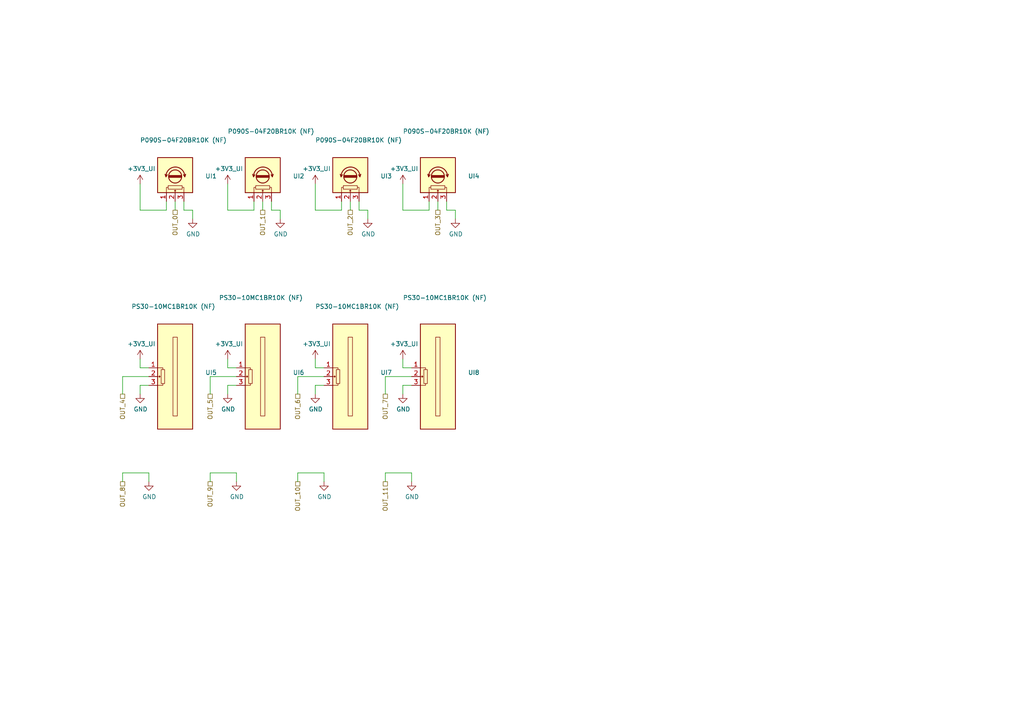
<source format=kicad_sch>
(kicad_sch (version 20211123) (generator eeschema)
  (paper "A4")
  (lib_symbols
    (symbol "power:GND" (power) (pin_names (offset 0))
      (property "Value" "GND" (at 0 -3.81 0))
      (symbol "GND_0_1"
        (polyline (pts (xy 0 0) (xy 0 -1.27) (xy 1.27 -1.27) (xy 0 -2.54) (xy -1.27 -1.27) (xy 0 -1.27)))
      )
      (symbol "GND_1_1"
        (pin power_in line (at 0 0 270) (length 0) hide (name "GND") (number "1"))
      )
    )
    (symbol "suku_basics:+3V3_UI" (power) (pin_names (offset 0))
      (property "Value" "+3V3_UI" (at 0 3.556 0))
      (symbol "+3V3_UI_0_1"
        (polyline (pts (xy -0.762 1.27) (xy 0 2.54)))
        (polyline (pts (xy 0 0) (xy 0 2.54)))
        (polyline (pts (xy 0 2.54) (xy 0.762 1.27)))
      )
      (symbol "+3V3_UI_1_1"
        (pin power_in line (at 0 0 90) (length 0) hide (name "+3V3_UI") (number "1"))
      )
    )
    (symbol "suku_basics:UI_Fader" (pin_names (offset 0.254) hide)
      (property "Reference" "UI" (at 0 16.764 0))
      (property "Value" "UI_Fader" (at 0 -16.764 0))
      (symbol "UI_Fader_0_1"
        (rectangle (start -5.08 15.24) (end 5.08 -15.24) (stroke (width 0.254)) (fill (type background)))
        (rectangle (start -4.064 2.032) (end -3.048 -2.032))
        (rectangle (start -0.635 11.43) (end 0.635 -11.43))
        (polyline (pts (xy -5.08 -2.54) (xy -3.81 -2.54) (xy -3.556 -2.54) (xy -3.556 -2.032)))
        (polyline (pts (xy -5.08 2.54) (xy -3.81 2.54) (xy -3.556 2.54) (xy -3.556 2.032)))
        (polyline (pts (xy -5.08 0) (xy -4.318 0) (xy -4.572 0.254) (xy -4.572 -0.254) (xy -4.318 0)))
      )
      (symbol "UI_Fader_1_1"
        (pin passive line (at -7.62 2.54 0) (length 2.54) (name "1") (number "1"))
        (pin passive line (at -7.62 0 0) (length 2.54) (name "2") (number "2"))
        (pin passive line (at -7.62 -2.54 0) (length 2.54) (name "3") (number "3"))
        (pin no_connect line (at -7.62 12.7 0) (length 2.54) hide (name "4") (number "4"))
        (pin no_connect line (at 7.62 12.7 180) (length 2.54) hide (name "5") (number "5"))
        (pin no_connect line (at -7.62 -12.7 0) (length 2.54) hide (name "6") (number "6"))
        (pin no_connect line (at 7.62 -12.7 180) (length 2.54) hide (name "7") (number "7"))
      )
    )
    (symbol "suku_basics:UI_Potentiometer" (pin_names (offset 0.254) hide)
      (property "Reference" "UI" (at 0 11.684 0))
      (property "Value" "UI_Potentiometer" (at 0 -12.7 0))
      (symbol "UI_Potentiometer_0_1"
        (rectangle (start -5.08 5.08) (end 5.08 -5.08) (stroke (width 0.254)) (fill (type background)))
        (rectangle (start -4.064 2.032) (end -3.048 -2.032))
        (arc (start -0.381 -2.794) (mid 2.3622 -0.0508) (end -0.381 2.667) (stroke (width 0.254)))
        (circle (center -0.381 0) (radius 1.905) (stroke (width 0.254)))
        (polyline (pts (xy -0.635 -1.778) (xy -0.635 1.778)) (stroke (width 0.254)))
        (polyline (pts (xy -0.381 -1.778) (xy -0.381 1.778)) (stroke (width 0.254)))
        (polyline (pts (xy -0.127 1.778) (xy -0.127 -1.778)) (stroke (width 0.254)))
        (polyline (pts (xy 0.254 -3.048) (xy -0.508 -2.794) (xy 0.127 -2.413)) (stroke (width 0.254)))
        (polyline (pts (xy 0.254 2.921) (xy -0.508 2.667) (xy 0.127 2.286)) (stroke (width 0.254)))
        (polyline (pts (xy -5.08 -2.54) (xy -3.81 -2.54) (xy -3.556 -2.54) (xy -3.556 -2.032)))
        (polyline (pts (xy -5.08 2.54) (xy -3.81 2.54) (xy -3.556 2.54) (xy -3.556 2.032)))
        (polyline (pts (xy -5.08 0) (xy -4.318 0) (xy -4.572 0.254) (xy -4.572 -0.254) (xy -4.318 0)))
      )
      (symbol "UI_Potentiometer_1_1"
        (pin passive line (at -7.62 2.54 0) (length 2.54) (name "1") (number "1"))
        (pin passive line (at -7.62 0 0) (length 2.54) (name "2") (number "2"))
        (pin passive line (at -7.62 -2.54 0) (length 2.54) (name "3") (number "3"))
        (pin no_connect line (at 0 7.62 270) (length 2.54) hide (name "4") (number "4"))
        (pin no_connect line (at 0 -7.62 90) (length 2.54) hide (name "5") (number "5"))
      )
    )
  )
  (wire (pts (xy 53.34 60.96) (xy 53.34 58.42)))
  (wire (pts (xy 66.04 104.14) (xy 66.04 106.68)))
  (wire (pts (xy 66.04 60.96) (xy 73.66 60.96)))
  (wire (pts (xy 116.84 60.96) (xy 124.46 60.96)))
  (wire (pts (xy 91.44 104.14) (xy 91.44 106.68)))
  (wire (pts (xy 93.98 137.16) (xy 93.98 139.7)))
  (wire (pts (xy 124.46 60.96) (xy 124.46 58.42)))
  (wire (pts (xy 86.36 114.3) (xy 86.36 109.22)))
  (wire (pts (xy 132.08 60.96) (xy 129.54 60.96)))
  (wire (pts (xy 86.36 137.16) (xy 93.98 137.16)))
  (wire (pts (xy 60.96 109.22) (xy 68.58 109.22)))
  (wire (pts (xy 43.18 111.76) (xy 40.64 111.76)))
  (wire (pts (xy 60.96 139.7) (xy 60.96 137.16)))
  (wire (pts (xy 55.88 63.5) (xy 55.88 60.96)))
  (wire (pts (xy 66.04 106.68) (xy 68.58 106.68)))
  (wire (pts (xy 127 60.96) (xy 127 58.42)))
  (wire (pts (xy 35.56 137.16) (xy 43.18 137.16)))
  (wire (pts (xy 93.98 111.76) (xy 91.44 111.76)))
  (wire (pts (xy 119.38 137.16) (xy 119.38 139.7)))
  (wire (pts (xy 60.96 137.16) (xy 68.58 137.16)))
  (wire (pts (xy 35.56 139.7) (xy 35.56 137.16)))
  (wire (pts (xy 68.58 137.16) (xy 68.58 139.7)))
  (wire (pts (xy 91.44 53.34) (xy 91.44 60.96)))
  (wire (pts (xy 86.36 109.22) (xy 93.98 109.22)))
  (wire (pts (xy 86.36 139.7) (xy 86.36 137.16)))
  (wire (pts (xy 111.76 114.3) (xy 111.76 109.22)))
  (wire (pts (xy 76.2 60.96) (xy 76.2 58.42)))
  (wire (pts (xy 66.04 53.34) (xy 66.04 60.96)))
  (wire (pts (xy 101.6 60.96) (xy 101.6 58.42)))
  (wire (pts (xy 40.64 60.96) (xy 48.26 60.96)))
  (wire (pts (xy 73.66 60.96) (xy 73.66 58.42)))
  (wire (pts (xy 111.76 139.7) (xy 111.76 137.16)))
  (wire (pts (xy 99.06 60.96) (xy 99.06 58.42)))
  (wire (pts (xy 104.14 60.96) (xy 104.14 58.42)))
  (wire (pts (xy 35.56 109.22) (xy 43.18 109.22)))
  (wire (pts (xy 91.44 60.96) (xy 99.06 60.96)))
  (wire (pts (xy 68.58 111.76) (xy 66.04 111.76)))
  (wire (pts (xy 129.54 60.96) (xy 129.54 58.42)))
  (wire (pts (xy 81.28 63.5) (xy 81.28 60.96)))
  (wire (pts (xy 132.08 63.5) (xy 132.08 60.96)))
  (wire (pts (xy 50.8 60.96) (xy 50.8 58.42)))
  (wire (pts (xy 111.76 137.16) (xy 119.38 137.16)))
  (wire (pts (xy 116.84 104.14) (xy 116.84 106.68)))
  (wire (pts (xy 116.84 111.76) (xy 116.84 114.3)))
  (wire (pts (xy 40.64 106.68) (xy 43.18 106.68)))
  (wire (pts (xy 55.88 60.96) (xy 53.34 60.96)))
  (wire (pts (xy 106.68 63.5) (xy 106.68 60.96)))
  (wire (pts (xy 116.84 53.34) (xy 116.84 60.96)))
  (wire (pts (xy 116.84 106.68) (xy 119.38 106.68)))
  (wire (pts (xy 78.74 60.96) (xy 78.74 58.42)))
  (wire (pts (xy 43.18 137.16) (xy 43.18 139.7)))
  (wire (pts (xy 119.38 111.76) (xy 116.84 111.76)))
  (wire (pts (xy 111.76 109.22) (xy 119.38 109.22)))
  (wire (pts (xy 40.64 111.76) (xy 40.64 114.3)))
  (wire (pts (xy 60.96 114.3) (xy 60.96 109.22)))
  (wire (pts (xy 48.26 60.96) (xy 48.26 58.42)))
  (wire (pts (xy 81.28 60.96) (xy 78.74 60.96)))
  (wire (pts (xy 35.56 114.3) (xy 35.56 109.22)))
  (wire (pts (xy 40.64 104.14) (xy 40.64 106.68)))
  (wire (pts (xy 106.68 60.96) (xy 104.14 60.96)))
  (wire (pts (xy 40.64 53.34) (xy 40.64 60.96)))
  (wire (pts (xy 91.44 111.76) (xy 91.44 114.3)))
  (wire (pts (xy 66.04 111.76) (xy 66.04 114.3)))
  (wire (pts (xy 91.44 106.68) (xy 93.98 106.68)))
  (hierarchical_label "OUT_7" (shape passive) (at 111.76 114.3 270))
  (hierarchical_label "OUT_8" (shape passive) (at 35.56 139.7 270))
  (hierarchical_label "OUT_3" (shape passive) (at 127 60.96 270))
  (hierarchical_label "OUT_2" (shape passive) (at 101.6 60.96 270))
  (hierarchical_label "OUT_1" (shape passive) (at 76.2 60.96 270))
  (hierarchical_label "OUT_10" (shape passive) (at 86.36 139.7 270))
  (hierarchical_label "OUT_4" (shape passive) (at 35.56 114.3 270))
  (hierarchical_label "OUT_11" (shape passive) (at 111.76 139.7 270))
  (hierarchical_label "OUT_5" (shape passive) (at 60.96 114.3 270))
  (hierarchical_label "OUT_6" (shape passive) (at 86.36 114.3 270))
  (hierarchical_label "OUT_0" (shape passive) (at 50.8 60.96 270))
  (hierarchical_label "OUT_9" (shape passive) (at 60.96 139.7 270))
  (symbol (lib_id "suku_basics:UI_Potentiometer") (at 50.8 50.8 90) (unit 1)
    (property "Reference" "UI1" (at 59.5376 51.0794 90) (effects (justify right)))
    (property "Value" "P090S-04F20BR10K (NF)" (at 40.64 40.64 90) (effects (justify right)))
    (property "Footprint" "suku_basics:UI_POT_TT" (effects hide))
  )
  (symbol (lib_id "suku_basics:UI_Potentiometer") (at 76.2 50.8 90) (unit 1)
    (property "Reference" "UI2" (at 84.9376 51.0794 90) (effects (justify right)))
    (property "Value" "P090S-04F20BR10K (NF)" (at 66.04 38.1 90) (effects (justify right)))
    (property "Footprint" "suku_basics:UI_POT_TT" (effects hide))
  )
  (symbol (lib_id "suku_basics:UI_Potentiometer") (at 101.6 50.8 90) (unit 1)
    (property "Reference" "UI3" (at 110.3376 51.0794 90) (effects (justify right)))
    (property "Value" "P090S-04F20BR10K (NF)" (at 91.44 40.64 90) (effects (justify right)))
    (property "Footprint" "suku_basics:UI_POT_TT" (effects hide))
  )
  (symbol (lib_id "suku_basics:UI_Potentiometer") (at 127 50.8 90) (unit 1)
    (property "Reference" "UI4" (at 135.7376 51.0794 90) (effects (justify right)))
    (property "Value" "P090S-04F20BR10K (NF)" (at 116.84 38.1 90) (effects (justify right)))
    (property "Footprint" "suku_basics:UI_POT_TT" (effects hide))
  )
  (symbol (lib_id "suku_basics:UI_Fader") (at 50.8 109.22 0) (unit 1)
    (property "Reference" "UI5" (at 59.5376 108.0516 0) (effects (justify left)))
    (property "Value" "PS30-10MC1BR10K (NF)" (at 38.1 88.9 0) (effects (justify left)))
    (property "Footprint" "suku_basics:UI_FADER_TT" (effects hide))
  )
  (symbol (lib_id "suku_basics:+3V3_UI") (at 40.64 104.14 0) (unit 1)
    (property "Reference" "#PWR0101" (effects hide))
    (property "Value" "+3V3_UI" (at 41.021 99.7458 0))
  )
  (symbol (lib_id "power:GND") (at 40.64 114.3 0) (unit 1)
    (property "Reference" "#PWR0102" (effects hide))
    (property "Value" "GND" (at 40.767 118.6942 0))
  )
  (symbol (lib_id "suku_basics:UI_Fader") (at 76.2 109.22 0) (unit 1)
    (property "Reference" "UI6" (at 84.9376 108.0516 0) (effects (justify left)))
    (property "Value" "PS30-10MC1BR10K (NF)" (at 63.5 86.36 0) (effects (justify left)))
    (property "Footprint" "suku_basics:UI_FADER_TT" (effects hide))
  )
  (symbol (lib_id "suku_basics:+3V3_UI") (at 66.04 104.14 0) (unit 1)
    (property "Reference" "#PWR0103" (effects hide))
    (property "Value" "+3V3_UI" (at 66.421 99.7458 0))
  )
  (symbol (lib_id "power:GND") (at 66.04 114.3 0) (unit 1)
    (property "Reference" "#PWR0104" (effects hide))
    (property "Value" "GND" (at 66.167 118.6942 0))
  )
  (symbol (lib_id "suku_basics:UI_Fader") (at 101.6 109.22 0) (unit 1)
    (property "Reference" "UI7" (at 110.3376 108.0516 0) (effects (justify left)))
    (property "Value" "PS30-10MC1BR10K (NF)" (at 91.44 88.9 0) (effects (justify left)))
    (property "Footprint" "suku_basics:UI_FADER_TT" (effects hide))
  )
  (symbol (lib_id "suku_basics:+3V3_UI") (at 91.44 104.14 0) (unit 1)
    (property "Reference" "#PWR0105" (effects hide))
    (property "Value" "+3V3_UI" (at 91.821 99.7458 0))
  )
  (symbol (lib_id "power:GND") (at 91.44 114.3 0) (unit 1)
    (property "Reference" "#PWR0106" (effects hide))
    (property "Value" "GND" (at 91.567 118.6942 0))
  )
  (symbol (lib_id "suku_basics:UI_Fader") (at 127 109.22 0) (unit 1)
    (property "Reference" "UI8" (at 135.7376 108.0516 0) (effects (justify left)))
    (property "Value" "PS30-10MC1BR10K (NF)" (at 116.84 86.36 0) (effects (justify left)))
    (property "Footprint" "suku_basics:UI_FADER_TT" (effects hide))
  )
  (symbol (lib_id "suku_basics:+3V3_UI") (at 116.84 104.14 0) (unit 1)
    (property "Reference" "#PWR0107" (effects hide))
    (property "Value" "+3V3_UI" (at 117.221 99.7458 0))
  )
  (symbol (lib_id "power:GND") (at 116.84 114.3 0) (unit 1)
    (property "Reference" "#PWR0108" (effects hide))
    (property "Value" "GND" (at 116.967 118.6942 0))
  )
  (symbol (lib_id "suku_basics:+3V3_UI") (at 40.64 53.34 0) (unit 1)
    (property "Reference" "#PWR049" (effects hide))
    (property "Value" "+3V3_UI" (at 41.021 48.9458 0))
  )
  (symbol (lib_id "power:GND") (at 55.88 63.5 0) (unit 1)
    (property "Reference" "#PWR053" (effects hide))
    (property "Value" "GND" (at 56.007 67.8942 0))
  )
  (symbol (lib_id "suku_basics:+3V3_UI") (at 66.04 53.34 0) (unit 1)
    (property "Reference" "#PWR050" (effects hide))
    (property "Value" "+3V3_UI" (at 66.421 48.9458 0))
  )
  (symbol (lib_id "power:GND") (at 81.28 63.5 0) (unit 1)
    (property "Reference" "#PWR054" (effects hide))
    (property "Value" "GND" (at 81.407 67.8942 0))
  )
  (symbol (lib_id "suku_basics:+3V3_UI") (at 91.44 53.34 0) (unit 1)
    (property "Reference" "#PWR051" (effects hide))
    (property "Value" "+3V3_UI" (at 91.821 48.9458 0))
  )
  (symbol (lib_id "power:GND") (at 106.68 63.5 0) (unit 1)
    (property "Reference" "#PWR055" (effects hide))
    (property "Value" "GND" (at 106.807 67.8942 0))
  )
  (symbol (lib_id "suku_basics:+3V3_UI") (at 116.84 53.34 0) (unit 1)
    (property "Reference" "#PWR052" (effects hide))
    (property "Value" "+3V3_UI" (at 117.221 48.9458 0))
  )
  (symbol (lib_id "power:GND") (at 132.08 63.5 0) (unit 1)
    (property "Reference" "#PWR056" (effects hide))
    (property "Value" "GND" (at 132.207 67.8942 0))
  )
  (symbol (lib_id "power:GND") (at 43.18 139.7 0) (unit 1)
    (property "Reference" "#PWR025" (effects hide))
    (property "Value" "GND" (at 43.307 144.0942 0))
  )
  (symbol (lib_id "power:GND") (at 68.58 139.7 0) (unit 1)
    (property "Reference" "#PWR026" (effects hide))
    (property "Value" "GND" (at 68.707 144.0942 0))
  )
  (symbol (lib_id "power:GND") (at 93.98 139.7 0) (unit 1)
    (property "Reference" "#PWR027" (effects hide))
    (property "Value" "GND" (at 94.107 144.0942 0))
  )
  (symbol (lib_id "power:GND") (at 119.38 139.7 0) (unit 1)
    (property "Reference" "#PWR028" (effects hide))
    (property "Value" "GND" (at 119.507 144.0942 0))
  )
)
</source>
